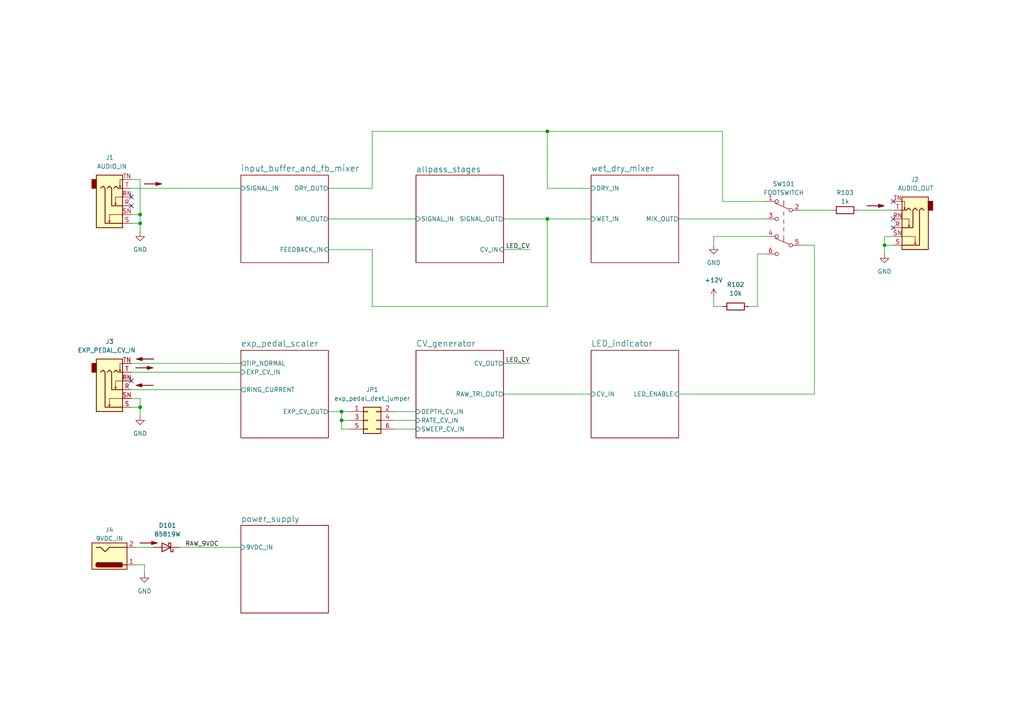
<source format=kicad_sch>
(kicad_sch (version 20211123) (generator eeschema)
  (paper "A4")
  (title_block (title "Phasor II Clone") (date "2022-10-15") (rev "0") (comment 2 "creativecommons.org/licenses/by/4.0/") (comment 3 "License: CC by 4.0: ") (comment 4 "Author: Jordan Aceto"))
  (lib_symbols
    (symbol "Connector:AudioJack3_Switch"
      (property "Reference" "J" (at 0 11.43 0))
      (property "Value" "AudioJack3_Switch" (at 0 8.89 0))
      (symbol "AudioJack3_Switch_0_1"
        (rectangle (start -5.08 -5.08) (end -6.35 -7.62) (stroke (width 0.254)) (fill (type outline)))
        (polyline (pts (xy -1.27 4.826) (xy -1.016 4.318)))
        (polyline (pts (xy 0.508 -0.254) (xy 0.762 -0.762)))
        (polyline (pts (xy 1.778 -5.334) (xy 2.032 -5.842)))
        (polyline (pts (xy 0 -5.08) (xy 0.635 -5.715) (xy 1.27 -5.08) (xy 2.54 -5.08)) (stroke (width 0.254)))
        (polyline (pts (xy 2.54 -7.62) (xy 1.778 -7.62) (xy 1.778 -5.334) (xy 1.524 -5.842)))
        (polyline (pts (xy 2.54 -2.54) (xy 0.508 -2.54) (xy 0.508 -0.254) (xy 0.254 -0.762)))
        (polyline (pts (xy 2.54 2.54) (xy -1.27 2.54) (xy -1.27 4.826) (xy -1.524 4.318)))
        (polyline (pts (xy -1.905 -5.08) (xy -1.27 -5.715) (xy -0.635 -5.08) (xy -0.635 0) (xy 2.54 0)) (stroke (width 0.254)))
        (polyline (pts (xy 2.54 5.08) (xy -2.54 5.08) (xy -2.54 -5.08) (xy -3.175 -5.715) (xy -3.81 -5.08)) (stroke (width 0.254)))
        (rectangle (start 2.54 6.35) (end -5.08 -8.89) (stroke (width 0.254)) (fill (type background)))
      )
      (symbol "AudioJack3_Switch_1_1"
        (pin passive line (at 5.08 0 180) (length 2.54) (name "~") (number "R"))
        (pin passive line (at 5.08 -2.54 180) (length 2.54) (name "~") (number "RN"))
        (pin passive line (at 5.08 5.08 180) (length 2.54) (name "~") (number "S"))
        (pin passive line (at 5.08 2.54 180) (length 2.54) (name "~") (number "SN"))
        (pin passive line (at 5.08 -5.08 180) (length 2.54) (name "~") (number "T"))
        (pin passive line (at 5.08 -7.62 180) (length 2.54) (name "~") (number "TN"))
      )
    )
    (symbol "Connector:Jack-DC" (pin_names (offset 1.016))
      (property "Reference" "J" (at 0 5.334 0))
      (property "Value" "Jack-DC" (at 0 -5.08 0))
      (symbol "Jack-DC_0_1"
        (rectangle (start -5.08 3.81) (end 5.08 -3.81) (stroke (width 0.254)) (fill (type background)))
        (arc (start -3.302 3.175) (mid -3.937 2.54) (end -3.302 1.905) (stroke (width 0.254)))
        (arc (start -3.302 3.175) (mid -3.937 2.54) (end -3.302 1.905) (stroke (width 0.254)) (fill (type outline)))
        (polyline (pts (xy 5.08 2.54) (xy 3.81 2.54)) (stroke (width 0.254)))
        (polyline (pts (xy -3.81 -2.54) (xy -2.54 -2.54) (xy -1.27 -1.27) (xy 0 -2.54) (xy 2.54 -2.54) (xy 5.08 -2.54)) (stroke (width 0.254)))
        (rectangle (start 3.683 3.175) (end -3.302 1.905) (stroke (width 0.254)) (fill (type outline)))
      )
      (symbol "Jack-DC_1_1"
        (pin passive line (at 7.62 2.54 180) (length 2.54) (name "~") (number "1"))
        (pin passive line (at 7.62 -2.54 180) (length 2.54) (name "~") (number "2"))
      )
    )
    (symbol "Connector_Generic:Conn_02x03_Odd_Even" (pin_names (offset 1.016) hide)
      (property "Reference" "J" (at 1.27 5.08 0))
      (property "Value" "Conn_02x03_Odd_Even" (at 1.27 -5.08 0))
      (symbol "Conn_02x03_Odd_Even_1_1"
        (rectangle (start -1.27 -2.413) (end 0 -2.667) (stroke (width 0.1524)))
        (rectangle (start -1.27 0.127) (end 0 -0.127) (stroke (width 0.1524)))
        (rectangle (start -1.27 2.667) (end 0 2.413) (stroke (width 0.1524)))
        (rectangle (start -1.27 3.81) (end 3.81 -3.81) (stroke (width 0.254)) (fill (type background)))
        (rectangle (start 3.81 -2.413) (end 2.54 -2.667) (stroke (width 0.1524)))
        (rectangle (start 3.81 0.127) (end 2.54 -0.127) (stroke (width 0.1524)))
        (rectangle (start 3.81 2.667) (end 2.54 2.413) (stroke (width 0.1524)))
        (pin passive line (at -5.08 2.54 0) (length 3.81) (name "Pin_1") (number "1"))
        (pin passive line (at 7.62 2.54 180) (length 3.81) (name "Pin_2") (number "2"))
        (pin passive line (at -5.08 0 0) (length 3.81) (name "Pin_3") (number "3"))
        (pin passive line (at 7.62 0 180) (length 3.81) (name "Pin_4") (number "4"))
        (pin passive line (at -5.08 -2.54 0) (length 3.81) (name "Pin_5") (number "5"))
        (pin passive line (at 7.62 -2.54 180) (length 3.81) (name "Pin_6") (number "6"))
      )
    )
    (symbol "Device:D_Schottky" (pin_numbers hide) (pin_names (offset 1.016) hide)
      (property "Reference" "D" (at 0 2.54 0))
      (property "Value" "D_Schottky" (at 0 -2.54 0))
      (symbol "D_Schottky_0_1"
        (polyline (pts (xy 1.27 0) (xy -1.27 0)))
        (polyline (pts (xy 1.27 1.27) (xy 1.27 -1.27) (xy -1.27 0) (xy 1.27 1.27)) (stroke (width 0.254)))
        (polyline (pts (xy -1.905 0.635) (xy -1.905 1.27) (xy -1.27 1.27) (xy -1.27 -1.27) (xy -0.635 -1.27) (xy -0.635 -0.635)) (stroke (width 0.254)))
      )
      (symbol "D_Schottky_1_1"
        (pin passive line (at -3.81 0 0) (length 2.54) (name "K") (number "1"))
        (pin passive line (at 3.81 0 180) (length 2.54) (name "A") (number "2"))
      )
    )
    (symbol "Device:R" (pin_numbers hide) (pin_names (offset 0))
      (property "Reference" "R" (at 2.032 0 90))
      (property "Value" "R" (at 0 0 90))
      (symbol "R_0_1"
        (rectangle (start -1.016 -2.54) (end 1.016 2.54) (stroke (width 0.254)))
      )
      (symbol "R_1_1"
        (pin passive line (at 0 3.81 270) (length 1.27) (name "~") (number "1"))
        (pin passive line (at 0 -3.81 90) (length 1.27) (name "~") (number "2"))
      )
    )
    (symbol "Graphic:SYM_Arrow_Normal" (pin_names (offset 1.016))
      (symbol "SYM_Arrow_Normal_0_1"
        (polyline (pts (xy 1.524 0) (xy -2.54 0)) (stroke (width 0.254)))
        (polyline (pts (xy 2.54 0) (xy 0.762 -0.508) (xy 0.762 0.508) (xy 2.54 0)) (fill (type outline)))
      )
    )
    (symbol "Switch:SW_Push_DPDT" (pin_names (offset 0) hide)
      (property "Reference" "SW" (at 0 8.89 0))
      (property "Value" "SW_Push_DPDT" (at 0 -10.16 0))
      (symbol "SW_Push_DPDT_0_0"
        (circle (center -2.032 -5.08) (radius 0.508))
        (circle (center -2.032 5.08) (radius 0.508))
        (circle (center 2.032 -7.62) (radius 0.508))
        (circle (center 2.032 2.54) (radius 0.508))
      )
      (symbol "SW_Push_DPDT_0_1"
        (polyline (pts (xy -1.524 -4.826) (xy 2.54 -3.048)))
        (polyline (pts (xy -1.524 5.334) (xy 2.54 7.112)))
        (polyline (pts (xy 0 -2.286) (xy 0 -4.064)))
        (polyline (pts (xy 0 -1.016) (xy 0 0)))
        (polyline (pts (xy 0 1.27) (xy 0 2.286)))
        (polyline (pts (xy 0 3.556) (xy 0 4.572)))
        (polyline (pts (xy 0 7.874) (xy 0 6.096)))
        (circle (center 2.032 -2.54) (radius 0.508))
        (circle (center 2.032 7.62) (radius 0.508))
      )
      (symbol "SW_Push_DPDT_1_1"
        (pin passive line (at 5.08 7.62 180) (length 2.54) (name "A") (number "1"))
        (pin passive line (at -5.08 5.08 0) (length 2.54) (name "B") (number "2"))
        (pin passive line (at 5.08 2.54 180) (length 2.54) (name "C") (number "3"))
        (pin passive line (at 5.08 -2.54 180) (length 2.54) (name "A") (number "4"))
        (pin passive line (at -5.08 -5.08 0) (length 2.54) (name "B") (number "5"))
        (pin passive line (at 5.08 -7.62 180) (length 2.54) (name "C") (number "6"))
      )
    )
    (symbol "power:+12V" (power) (pin_names (offset 0))
      (property "Value" "+12V" (at 0 3.556 0))
      (symbol "+12V_0_1"
        (polyline (pts (xy -0.762 1.27) (xy 0 2.54)))
        (polyline (pts (xy 0 0) (xy 0 2.54)))
        (polyline (pts (xy 0 2.54) (xy 0.762 1.27)))
      )
      (symbol "+12V_1_1"
        (pin power_in line (at 0 0 90) (length 0) hide (name "+12V") (number "1"))
      )
    )
    (symbol "power:GND" (power) (pin_names (offset 0))
      (property "Value" "GND" (at 0 -3.81 0))
      (symbol "GND_0_1"
        (polyline (pts (xy 0 0) (xy 0 -1.27) (xy 1.27 -1.27) (xy 0 -2.54) (xy -1.27 -1.27) (xy 0 -1.27)))
      )
      (symbol "GND_1_1"
        (pin power_in line (at 0 0 270) (length 0) hide (name "GND") (number "1"))
      )
    )
  )
  (junction (at 158.75 63.5))
  (junction (at 158.75 38.1))
  (junction (at 99.06 119.38))
  (junction (at 99.06 121.92))
  (junction (at 40.64 62.23))
  (junction (at 40.64 118.11))
  (junction (at 256.54 71.12))
  (junction (at 40.64 64.77))
  (no_connect (at 259.08 58.42))
  (no_connect (at 38.1 59.69))
  (no_connect (at 38.1 57.15))
  (no_connect (at 259.08 66.04))
  (no_connect (at 259.08 63.5))
  (no_connect (at 38.1 110.49))
  (wire (pts (xy 41.91 166.37) (xy 41.91 163.83)))
  (wire (pts (xy 256.54 68.58) (xy 256.54 71.12)))
  (wire (pts (xy 256.54 71.12) (xy 259.08 71.12)))
  (wire (pts (xy 207.01 86.36) (xy 207.01 88.9)))
  (wire (pts (xy 146.05 63.5) (xy 158.75 63.5)))
  (wire (pts (xy 158.75 63.5) (xy 158.75 88.9)))
  (wire (pts (xy 40.64 52.07) (xy 38.1 52.07)))
  (wire (pts (xy 259.08 68.58) (xy 256.54 68.58)))
  (wire (pts (xy 209.55 38.1) (xy 209.55 58.42)))
  (wire (pts (xy 40.64 67.31) (xy 40.64 64.77)))
  (wire (pts (xy 217.17 88.9) (xy 219.71 88.9)))
  (wire (pts (xy 146.05 72.39) (xy 153.67 72.39)))
  (wire (pts (xy 256.54 73.66) (xy 256.54 71.12)))
  (wire (pts (xy 40.64 120.65) (xy 40.64 118.11)))
  (wire (pts (xy 101.6 119.38) (xy 99.06 119.38)))
  (wire (pts (xy 107.95 38.1) (xy 158.75 38.1)))
  (wire (pts (xy 146.05 105.41) (xy 153.67 105.41)))
  (wire (pts (xy 114.3 124.46) (xy 120.65 124.46)))
  (wire (pts (xy 248.92 60.96) (xy 259.08 60.96)))
  (wire (pts (xy 207.01 68.58) (xy 222.25 68.58)))
  (wire (pts (xy 99.06 124.46) (xy 101.6 124.46)))
  (wire (pts (xy 114.3 119.38) (xy 120.65 119.38)))
  (wire (pts (xy 158.75 38.1) (xy 158.75 54.61)))
  (wire (pts (xy 196.85 114.3) (xy 236.22 114.3)))
  (wire (pts (xy 40.64 115.57) (xy 40.64 118.11)))
  (wire (pts (xy 38.1 107.95) (xy 69.85 107.95)))
  (wire (pts (xy 38.1 105.41) (xy 69.85 105.41)))
  (wire (pts (xy 99.06 121.92) (xy 101.6 121.92)))
  (wire (pts (xy 95.25 119.38) (xy 99.06 119.38)))
  (wire (pts (xy 38.1 113.03) (xy 69.85 113.03)))
  (wire (pts (xy 107.95 88.9) (xy 107.95 72.39)))
  (wire (pts (xy 146.05 114.3) (xy 171.45 114.3)))
  (wire (pts (xy 232.41 60.96) (xy 241.3 60.96)))
  (wire (pts (xy 38.1 115.57) (xy 40.64 115.57)))
  (wire (pts (xy 114.3 121.92) (xy 120.65 121.92)))
  (wire (pts (xy 158.75 63.5) (xy 171.45 63.5)))
  (wire (pts (xy 40.64 64.77) (xy 38.1 64.77)))
  (wire (pts (xy 95.25 54.61) (xy 107.95 54.61)))
  (wire (pts (xy 95.25 63.5) (xy 120.65 63.5)))
  (wire (pts (xy 107.95 72.39) (xy 95.25 72.39)))
  (wire (pts (xy 158.75 38.1) (xy 209.55 38.1)))
  (wire (pts (xy 52.07 158.75) (xy 69.85 158.75)))
  (wire (pts (xy 171.45 54.61) (xy 158.75 54.61)))
  (wire (pts (xy 196.85 63.5) (xy 222.25 63.5)))
  (wire (pts (xy 40.64 62.23) (xy 40.64 52.07)))
  (wire (pts (xy 209.55 58.42) (xy 222.25 58.42)))
  (wire (pts (xy 99.06 121.92) (xy 99.06 124.46)))
  (wire (pts (xy 219.71 88.9) (xy 219.71 73.66)))
  (wire (pts (xy 40.64 64.77) (xy 40.64 62.23)))
  (wire (pts (xy 207.01 88.9) (xy 209.55 88.9)))
  (wire (pts (xy 39.37 158.75) (xy 44.45 158.75)))
  (wire (pts (xy 38.1 54.61) (xy 69.85 54.61)))
  (wire (pts (xy 99.06 119.38) (xy 99.06 121.92)))
  (wire (pts (xy 158.75 88.9) (xy 107.95 88.9)))
  (wire (pts (xy 40.64 118.11) (xy 38.1 118.11)))
  (wire (pts (xy 39.37 163.83) (xy 41.91 163.83)))
  (wire (pts (xy 219.71 73.66) (xy 222.25 73.66)))
  (wire (pts (xy 232.41 71.12) (xy 236.22 71.12)))
  (wire (pts (xy 207.01 71.12) (xy 207.01 68.58)))
  (wire (pts (xy 107.95 54.61) (xy 107.95 38.1)))
  (wire (pts (xy 38.1 62.23) (xy 40.64 62.23)))
  (wire (pts (xy 236.22 71.12) (xy 236.22 114.3)))
  (label "LED_CV" (at 153.67 105.41 180))
  (label "LED_CV" (at 153.67 72.39 180))
  (label "RAW_9VDC" (at 63.5 158.75 180))
  (symbol (lib_id "Graphic:SYM_Arrow_Normal") (at 44.45 53.34 0) (unit 1)
    (property "Reference" "#SYM105" (effects hide))
    (property "Value" "SYM_Arrow_Normal" (effects hide))
  )
  (symbol (lib_id "power:+12V") (at 207.01 86.36 0) (unit 1)
    (property "Reference" "#PWR0109" (effects hide))
    (property "Value" "+12V" (at 207.01 81.28 0))
  )
  (symbol (lib_id "Connector:AudioJack3_Switch") (at 33.02 113.03 0) (mirror x) (unit 1)
    (property "Reference" "J3" (at 33.02 99.06 0) (effects (justify right)))
    (property "Value" "EXP_PEDAL_CV_IN" (at 39.37 101.6 0) (effects (justify right)))
    (property "Footprint" "custom_footprints:Jack_6.35mm_Neutrik_NMJ6HCD2_Horizontal" (effects hide))
  )
  (symbol (lib_id "power:GND") (at 40.64 67.31 0) (unit 1)
    (property "Reference" "#PWR0101" (effects hide))
    (property "Value" "GND" (at 40.64 72.39 0))
  )
  (symbol (lib_id "Connector:Jack-DC") (at 31.75 161.29 0) (mirror x) (unit 1)
    (property "Reference" "J4" (at 31.75 153.67 0))
    (property "Value" "9VDC_IN" (at 31.75 156.21 0))
    (property "Footprint" "Connector_BarrelJack:BarrelJack_CUI_PJ-063AH_Horizontal" (effects hide))
  )
  (symbol (lib_id "power:GND") (at 41.91 166.37 0) (unit 1)
    (property "Reference" "#PWR0103" (effects hide))
    (property "Value" "GND" (at 41.91 171.45 0))
  )
  (symbol (lib_id "Graphic:SYM_Arrow_Normal") (at 254 59.69 0) (unit 1)
    (property "Reference" "#SYM106" (effects hide))
    (property "Value" "SYM_Arrow_Normal" (effects hide))
  )
  (symbol (lib_id "Device:R") (at 213.36 88.9 90) (unit 1)
    (property "Reference" "R102" (at 213.36 82.55 90))
    (property "Value" "10k" (at 213.36 85.09 90))
    (property "Footprint" "Resistor_SMD:R_0603_1608Metric" (effects hide))
  )
  (symbol (lib_id "Device:D_Schottky") (at 48.26 158.75 180) (unit 1)
    (property "Reference" "D101" (at 48.5775 152.4 0))
    (property "Value" "B5819W" (at 48.5775 154.94 0))
    (property "Footprint" "Diode_SMD:D_SOD-123" (effects hide))
  )
  (symbol (lib_id "power:GND") (at 256.54 73.66 0) (mirror y) (unit 1)
    (property "Reference" "#PWR0105" (effects hide))
    (property "Value" "GND" (at 256.54 78.74 0))
  )
  (symbol (lib_id "Connector_Generic:Conn_02x03_Odd_Even") (at 106.68 121.92 0) (unit 1)
    (property "Reference" "JP1" (at 107.95 113.03 0))
    (property "Value" "exp_pedal_dest_jumper" (at 107.95 115.57 0))
    (property "Footprint" "Connector_PinHeader_2.54mm:PinHeader_2x03_P2.54mm_Vertical" (effects hide))
  )
  (symbol (lib_id "Graphic:SYM_Arrow_Normal") (at 41.91 111.76 180) (unit 1)
    (property "Reference" "#SYM102" (effects hide))
    (property "Value" "SYM_Arrow_Normal" (effects hide))
  )
  (symbol (lib_id "Connector:AudioJack3_Switch") (at 264.16 66.04 180) (unit 1)
    (property "Reference" "J2" (at 264.16 52.07 0) (effects (justify right)))
    (property "Value" "AUDIO_OUT" (at 260.35 54.61 0) (effects (justify right)))
    (property "Footprint" "custom_footprints:Jack_6.35mm_Neutrik_NMJ6HCD2_Horizontal" (effects hide))
  )
  (symbol (lib_id "power:GND") (at 207.01 71.12 0) (mirror y) (unit 1)
    (property "Reference" "#PWR0104" (effects hide))
    (property "Value" "GND" (at 207.01 76.2 0))
  )
  (symbol (lib_id "Switch:SW_Push_DPDT") (at 227.33 66.04 0) (mirror y) (unit 1)
    (property "Reference" "SW101" (at 227.33 53.34 0))
    (property "Value" "FOOTSWITCH" (at 227.33 55.88 0))
    (property "Footprint" "Connector_PinHeader_2.54mm:PinHeader_1x06_P2.54mm_Vertical" (effects hide))
  )
  (symbol (lib_id "Graphic:SYM_Arrow_Normal") (at 43.18 157.48 0) (unit 1)
    (property "Reference" "#SYM104" (effects hide))
    (property "Value" "SYM_Arrow_Normal" (effects hide))
  )
  (symbol (lib_id "Graphic:SYM_Arrow_Normal") (at 42.0169 104.14 180) (unit 1)
    (property "Reference" "#SYM103" (effects hide))
    (property "Value" "SYM_Arrow_Normal" (effects hide))
  )
  (symbol (lib_id "Connector:AudioJack3_Switch") (at 33.02 59.69 0) (mirror x) (unit 1)
    (property "Reference" "J1" (at 33.02 45.72 0) (effects (justify right)))
    (property "Value" "AUDIO_IN" (at 36.83 48.26 0) (effects (justify right)))
    (property "Footprint" "custom_footprints:Jack_6.35mm_Neutrik_NMJ6HCD2_Horizontal" (effects hide))
  )
  (symbol (lib_id "Device:R") (at 245.11 60.96 90) (unit 1)
    (property "Reference" "R103" (at 245.11 55.88 90))
    (property "Value" "1k" (at 245.11 58.42 90))
    (property "Footprint" "Resistor_SMD:R_0603_1608Metric" (effects hide))
  )
  (symbol (lib_id "power:GND") (at 40.64 120.65 0) (unit 1)
    (property "Reference" "#PWR0102" (effects hide))
    (property "Value" "GND" (at 40.64 125.73 0))
  )
  (symbol (lib_id "Graphic:SYM_Arrow_Normal") (at 41.91 106.68 0) (unit 1)
    (property "Reference" "#SYM101" (effects hide))
    (property "Value" "SYM_Arrow_Normal" (effects hide))
  )
  (sheet (at 69.85 152.4) (size 25.4 25.4) (stroke (width 0.1524))
    (property "Sheet name" "power_supply" (at 69.85 151.4734 0) (effects (font (size 1.7 1.7)) (justify left bottom)))
    (property "Sheet file" "power_supply.kicad_sch" (effects hide))
    (pin "9VDC_IN" input (at 69.85 158.75 180))
  )
  (sheet (at 69.85 50.8) (size 25.4 25.4) (stroke (width 0.1524))
    (property "Sheet name" "input_buffer_and_fb_mixer" (at 69.85 49.8484 0) (effects (font (size 1.75 1.75)) (justify left bottom)))
    (property "Sheet file" "input_buffer_and_fb_mixer.kicad_sch" (effects hide))
    (pin "SIGNAL_IN" input (at 69.85 54.61 180))
    (pin "FEEDBACK_IN" input (at 95.25 72.39 0))
    (pin "DRY_OUT" output (at 95.25 54.61 0))
    (pin "MIX_OUT" output (at 95.25 63.5 0))
  )
  (sheet (at 69.85 101.6) (size 25.4 25.4) (stroke (width 0.1524))
    (property "Sheet name" "exp_pedal_scaler" (at 69.85 100.6484 0) (effects (font (size 1.75 1.75)) (justify left bottom)))
    (property "Sheet file" "exp_pedal_scaler.kicad_sch" (effects hide))
    (pin "EXP_CV_OUT" output (at 95.25 119.38 0))
    (pin "EXP_CV_IN" input (at 69.85 107.95 180))
    (pin "RING_CURRENT" output (at 69.85 113.03 180))
    (pin "TIP_NORMAL" output (at 69.85 105.41 180))
  )
  (sheet (at 171.45 101.6) (size 25.4 25.4) (stroke (width 0.1524))
    (property "Sheet name" "LED_indicator" (at 171.45 100.6484 0) (effects (font (size 1.75 1.75)) (justify left bottom)))
    (property "Sheet file" "LED_indicator.kicad_sch" (effects hide))
    (pin "CV_IN" input (at 171.45 114.3 180))
    (pin "LED_ENABLE" input (at 196.85 114.3 0))
  )
  (sheet (at 120.65 50.8) (size 25.4 25.4) (stroke (width 0.1524))
    (property "Sheet name" "allpass_stages" (at 120.65 50.0884 0) (effects (font (size 1.7 1.7)) (justify left bottom)))
    (property "Sheet file" "allpass_stages.kicad_sch" (effects hide))
    (pin "SIGNAL_OUT" output (at 146.05 63.5 0))
    (pin "SIGNAL_IN" input (at 120.65 63.5 180))
    (pin "CV_IN" input (at 146.05 72.39 0))
  )
  (sheet (at 171.45 50.8) (size 25.4 25.4) (stroke (width 0.1524))
    (property "Sheet name" "wet_dry_mixer" (at 171.45 49.8484 0) (effects (font (size 1.75 1.75)) (justify left bottom)))
    (property "Sheet file" "wet_dry_mixer.kicad_sch" (effects hide))
    (pin "WET_IN" input (at 171.45 63.5 180))
    (pin "DRY_IN" input (at 171.45 54.61 180))
    (pin "MIX_OUT" output (at 196.85 63.5 0))
  )
  (sheet (at 120.65 101.6) (size 25.4 25.4) (stroke (width 0.1524))
    (property "Sheet name" "CV_generator" (at 120.65 100.6484 0) (effects (font (size 1.75 1.75)) (justify left bottom)))
    (property "Sheet file" "CV_generator.kicad_sch" (effects hide))
    (pin "RATE_CV_IN" input (at 120.65 121.92 180))
    (pin "DEPTH_CV_IN" input (at 120.65 119.38 180))
    (pin "SWEEP_CV_IN" input (at 120.65 124.46 180))
    (pin "CV_OUT" output (at 146.05 105.41 0))
    (pin "RAW_TRI_OUT" output (at 146.05 114.3 0))
  )
)
</source>
